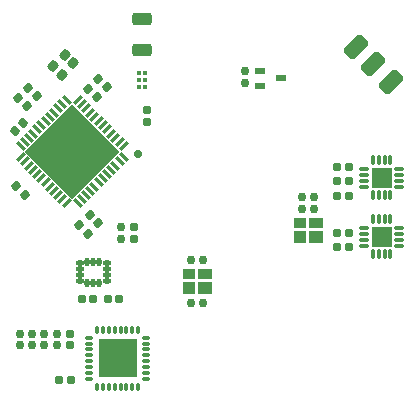
<source format=gts>
G04*
G04 #@! TF.GenerationSoftware,Altium Limited,Altium Designer,20.0.13 (296)*
G04*
G04 Layer_Color=8388736*
%FSLAX25Y25*%
%MOIN*%
G70*
G01*
G75*
G04:AMPARAMS|DCode=39|XSize=29.53mil|YSize=25.59mil|CornerRadius=7.38mil|HoleSize=0mil|Usage=FLASHONLY|Rotation=270.000|XOffset=0mil|YOffset=0mil|HoleType=Round|Shape=RoundedRectangle|*
%AMROUNDEDRECTD39*
21,1,0.02953,0.01083,0,0,270.0*
21,1,0.01476,0.02559,0,0,270.0*
1,1,0.01476,-0.00541,-0.00738*
1,1,0.01476,-0.00541,0.00738*
1,1,0.01476,0.00541,0.00738*
1,1,0.01476,0.00541,-0.00738*
%
%ADD39ROUNDEDRECTD39*%
%ADD40O,0.03740X0.01378*%
%ADD41O,0.01378X0.03740*%
%ADD42R,0.07087X0.07087*%
%ADD43R,0.01378X0.01378*%
G04:AMPARAMS|DCode=44|XSize=29.53mil|YSize=25.59mil|CornerRadius=7.38mil|HoleSize=0mil|Usage=FLASHONLY|Rotation=45.000|XOffset=0mil|YOffset=0mil|HoleType=Round|Shape=RoundedRectangle|*
%AMROUNDEDRECTD44*
21,1,0.02953,0.01083,0,0,45.0*
21,1,0.01476,0.02559,0,0,45.0*
1,1,0.01476,0.00905,0.00139*
1,1,0.01476,-0.00139,-0.00905*
1,1,0.01476,-0.00905,-0.00139*
1,1,0.01476,0.00139,0.00905*
%
%ADD44ROUNDEDRECTD44*%
G04:AMPARAMS|DCode=45|XSize=25.59mil|YSize=25.59mil|CornerRadius=7.38mil|HoleSize=0mil|Usage=FLASHONLY|Rotation=90.000|XOffset=0mil|YOffset=0mil|HoleType=Round|Shape=RoundedRectangle|*
%AMROUNDEDRECTD45*
21,1,0.02559,0.01083,0,0,90.0*
21,1,0.01083,0.02559,0,0,90.0*
1,1,0.01476,0.00541,0.00541*
1,1,0.01476,0.00541,-0.00541*
1,1,0.01476,-0.00541,-0.00541*
1,1,0.01476,-0.00541,0.00541*
%
%ADD45ROUNDEDRECTD45*%
%ADD46R,0.04921X0.03740*%
%ADD47R,0.04134X0.03740*%
%ADD48R,0.04921X0.04213*%
%ADD49R,0.04134X0.04213*%
%ADD50R,0.03740X0.02165*%
G04:AMPARAMS|DCode=51|XSize=25.59mil|YSize=25.59mil|CornerRadius=7.38mil|HoleSize=0mil|Usage=FLASHONLY|Rotation=0.000|XOffset=0mil|YOffset=0mil|HoleType=Round|Shape=RoundedRectangle|*
%AMROUNDEDRECTD51*
21,1,0.02559,0.01083,0,0,0.0*
21,1,0.01083,0.02559,0,0,0.0*
1,1,0.01476,0.00541,-0.00541*
1,1,0.01476,-0.00541,-0.00541*
1,1,0.01476,-0.00541,0.00541*
1,1,0.01476,0.00541,0.00541*
%
%ADD51ROUNDEDRECTD51*%
%ADD52O,0.01772X0.02756*%
%ADD53O,0.02756X0.01772*%
%ADD54O,0.01378X0.03150*%
%ADD55O,0.03150X0.01378*%
%ADD56R,0.12795X0.12795*%
G04:AMPARAMS|DCode=57|XSize=29.53mil|YSize=25.59mil|CornerRadius=7.38mil|HoleSize=0mil|Usage=FLASHONLY|Rotation=180.000|XOffset=0mil|YOffset=0mil|HoleType=Round|Shape=RoundedRectangle|*
%AMROUNDEDRECTD57*
21,1,0.02953,0.01083,0,0,180.0*
21,1,0.01476,0.02559,0,0,180.0*
1,1,0.01476,-0.00738,0.00541*
1,1,0.01476,0.00738,0.00541*
1,1,0.01476,0.00738,-0.00541*
1,1,0.01476,-0.00738,-0.00541*
%
%ADD57ROUNDEDRECTD57*%
%ADD58P,0.31736X4X180.0*%
G04:AMPARAMS|DCode=59|XSize=13.78mil|YSize=37.4mil|CornerRadius=0mil|HoleSize=0mil|Usage=FLASHONLY|Rotation=135.000|XOffset=0mil|YOffset=0mil|HoleType=Round|Shape=Round|*
%AMOVALD59*
21,1,0.02362,0.01378,0.00000,0.00000,225.0*
1,1,0.01378,0.00835,0.00835*
1,1,0.01378,-0.00835,-0.00835*
%
%ADD59OVALD59*%

G04:AMPARAMS|DCode=60|XSize=13.78mil|YSize=37.4mil|CornerRadius=0mil|HoleSize=0mil|Usage=FLASHONLY|Rotation=225.000|XOffset=0mil|YOffset=0mil|HoleType=Round|Shape=Round|*
%AMOVALD60*
21,1,0.02362,0.01378,0.00000,0.00000,315.0*
1,1,0.01378,-0.00835,0.00835*
1,1,0.01378,0.00835,-0.00835*
%
%ADD60OVALD60*%

G04:AMPARAMS|DCode=61|XSize=43.31mil|YSize=66.93mil|CornerRadius=11.81mil|HoleSize=0mil|Usage=FLASHONLY|Rotation=90.000|XOffset=0mil|YOffset=0mil|HoleType=Round|Shape=RoundedRectangle|*
%AMROUNDEDRECTD61*
21,1,0.04331,0.04331,0,0,90.0*
21,1,0.01968,0.06693,0,0,90.0*
1,1,0.02362,0.02165,0.00984*
1,1,0.02362,0.02165,-0.00984*
1,1,0.02362,-0.02165,-0.00984*
1,1,0.02362,-0.02165,0.00984*
%
%ADD61ROUNDEDRECTD61*%
G04:AMPARAMS|DCode=62|XSize=31.5mil|YSize=33.47mil|CornerRadius=8.86mil|HoleSize=0mil|Usage=FLASHONLY|Rotation=315.000|XOffset=0mil|YOffset=0mil|HoleType=Round|Shape=RoundedRectangle|*
%AMROUNDEDRECTD62*
21,1,0.03150,0.01575,0,0,315.0*
21,1,0.01378,0.03347,0,0,315.0*
1,1,0.01772,-0.00070,-0.01044*
1,1,0.01772,-0.01044,-0.00070*
1,1,0.01772,0.00070,0.01044*
1,1,0.01772,0.01044,0.00070*
%
%ADD62ROUNDEDRECTD62*%
G04:AMPARAMS|DCode=63|XSize=29.53mil|YSize=25.59mil|CornerRadius=7.38mil|HoleSize=0mil|Usage=FLASHONLY|Rotation=135.000|XOffset=0mil|YOffset=0mil|HoleType=Round|Shape=RoundedRectangle|*
%AMROUNDEDRECTD63*
21,1,0.02953,0.01083,0,0,135.0*
21,1,0.01476,0.02559,0,0,135.0*
1,1,0.01476,-0.00139,0.00905*
1,1,0.01476,0.00905,-0.00139*
1,1,0.01476,0.00139,-0.00905*
1,1,0.01476,-0.00905,0.00139*
%
%ADD63ROUNDEDRECTD63*%
G04:AMPARAMS|DCode=64|XSize=82.68mil|YSize=51.18mil|CornerRadius=13.78mil|HoleSize=0mil|Usage=FLASHONLY|Rotation=225.000|XOffset=0mil|YOffset=0mil|HoleType=Round|Shape=RoundedRectangle|*
%AMROUNDEDRECTD64*
21,1,0.08268,0.02362,0,0,225.0*
21,1,0.05512,0.05118,0,0,225.0*
1,1,0.02756,-0.02784,-0.01114*
1,1,0.02756,0.01114,0.02784*
1,1,0.02756,0.02784,0.01114*
1,1,0.02756,-0.01114,-0.02784*
%
%ADD64ROUNDEDRECTD64*%
%ADD65C,0.02756*%
D39*
X39764Y46260D02*
D03*
X35827D02*
D03*
X23524Y19291D02*
D03*
X19587D02*
D03*
X116142Y90059D02*
D03*
X112205D02*
D03*
X116142Y80610D02*
D03*
X112205D02*
D03*
X116142Y63583D02*
D03*
X112205D02*
D03*
X116142Y68307D02*
D03*
X112205D02*
D03*
X116142Y85335D02*
D03*
X112205D02*
D03*
X27165Y46260D02*
D03*
X31102D02*
D03*
D40*
X133071Y83661D02*
D03*
Y85630D02*
D03*
Y87598D02*
D03*
Y89567D02*
D03*
X121260D02*
D03*
Y87598D02*
D03*
Y85630D02*
D03*
Y83661D02*
D03*
X133071Y63976D02*
D03*
Y65945D02*
D03*
Y67913D02*
D03*
Y69882D02*
D03*
X121260D02*
D03*
Y67913D02*
D03*
Y65945D02*
D03*
Y63976D02*
D03*
D41*
X130118Y92520D02*
D03*
X128150D02*
D03*
X126181D02*
D03*
X124213D02*
D03*
Y80709D02*
D03*
X126181D02*
D03*
X128150D02*
D03*
X130118D02*
D03*
X130118Y72835D02*
D03*
X128150D02*
D03*
X126181D02*
D03*
X124213D02*
D03*
Y61024D02*
D03*
X126181D02*
D03*
X128150D02*
D03*
X130118D02*
D03*
D42*
X127165Y86614D02*
D03*
X127165Y66929D02*
D03*
D43*
X48228Y121405D02*
D03*
X48228Y119095D02*
D03*
Y116783D02*
D03*
X46260D02*
D03*
Y119095D02*
D03*
Y121405D02*
D03*
D44*
X29415Y116156D02*
D03*
X32199Y113372D02*
D03*
X32748Y119516D02*
D03*
X35531Y116732D02*
D03*
X29907Y74128D02*
D03*
X32691Y71344D02*
D03*
X5399Y83675D02*
D03*
X8183Y80892D02*
D03*
X8872Y110419D02*
D03*
X6088Y113203D02*
D03*
X12219Y113766D02*
D03*
X9435Y116549D02*
D03*
X26364Y70683D02*
D03*
X29148Y67899D02*
D03*
D45*
X104724Y76181D02*
D03*
X100787D02*
D03*
X104724Y80216D02*
D03*
X100787D02*
D03*
X67716Y59252D02*
D03*
X63779D02*
D03*
X63779Y44685D02*
D03*
X67716D02*
D03*
D46*
X105217Y71378D02*
D03*
X68209Y54449D02*
D03*
D47*
X99902Y71378D02*
D03*
X62894Y54449D02*
D03*
D48*
X105217Y66693D02*
D03*
X68209Y49764D02*
D03*
D49*
X99902Y66693D02*
D03*
X62894Y49764D02*
D03*
D50*
X86516Y122244D02*
D03*
Y117126D02*
D03*
X93799Y119685D02*
D03*
D51*
X81595Y118307D02*
D03*
Y122244D02*
D03*
X18898Y30709D02*
D03*
Y34646D02*
D03*
X6496Y30709D02*
D03*
Y34646D02*
D03*
X10630Y30709D02*
D03*
Y34646D02*
D03*
X14764Y30709D02*
D03*
Y34646D02*
D03*
X40453Y66240D02*
D03*
Y70177D02*
D03*
D52*
X29134Y58661D02*
D03*
X31102D02*
D03*
X33071D02*
D03*
Y51575D02*
D03*
X31102D02*
D03*
X29134D02*
D03*
D53*
X35630Y58071D02*
D03*
Y56102D02*
D03*
Y54134D02*
D03*
Y52165D02*
D03*
X26575D02*
D03*
Y54134D02*
D03*
Y56102D02*
D03*
Y58071D02*
D03*
D54*
X32283Y16929D02*
D03*
X34252D02*
D03*
X36220D02*
D03*
X38189D02*
D03*
X40157D02*
D03*
X42126D02*
D03*
X44094D02*
D03*
X46063D02*
D03*
Y35827D02*
D03*
X44094D02*
D03*
X42126D02*
D03*
X40157D02*
D03*
X38189D02*
D03*
X36220D02*
D03*
X34252D02*
D03*
X32283D02*
D03*
D55*
X48622Y19488D02*
D03*
Y21457D02*
D03*
Y23425D02*
D03*
Y25394D02*
D03*
Y27362D02*
D03*
Y29331D02*
D03*
Y31299D02*
D03*
Y33268D02*
D03*
X29724D02*
D03*
Y31299D02*
D03*
Y29331D02*
D03*
Y27362D02*
D03*
Y25394D02*
D03*
Y23425D02*
D03*
Y21457D02*
D03*
Y19488D02*
D03*
D56*
X39173Y26378D02*
D03*
D57*
X23425Y30709D02*
D03*
Y34646D02*
D03*
X44783Y70177D02*
D03*
Y66240D02*
D03*
X48917Y105315D02*
D03*
Y109252D02*
D03*
D58*
X24016Y95276D02*
D03*
D59*
X22137Y78085D02*
D03*
X20745Y79477D02*
D03*
X19353Y80869D02*
D03*
X17961Y82261D02*
D03*
X16569Y83653D02*
D03*
X15177Y85045D02*
D03*
X13785Y86437D02*
D03*
X12393Y87829D02*
D03*
X11001Y89221D02*
D03*
X9609Y90613D02*
D03*
X8217Y92005D02*
D03*
X6825Y93397D02*
D03*
X25895Y112466D02*
D03*
X27287Y111074D02*
D03*
X28679Y109682D02*
D03*
X30071Y108290D02*
D03*
X31463Y106898D02*
D03*
X32855Y105506D02*
D03*
X34247Y104114D02*
D03*
X35638Y102723D02*
D03*
X37030Y101330D02*
D03*
X38422Y99939D02*
D03*
X39814Y98547D02*
D03*
X41206Y97155D02*
D03*
D60*
X6825Y97155D02*
D03*
X8217Y98547D02*
D03*
X9609Y99939D02*
D03*
X11001Y101330D02*
D03*
X12393Y102723D02*
D03*
X13785Y104114D02*
D03*
X15177Y105506D02*
D03*
X16569Y106898D02*
D03*
X17961Y108290D02*
D03*
X19353Y109682D02*
D03*
X20745Y111074D02*
D03*
X22137Y112466D02*
D03*
X41206Y93397D02*
D03*
X39814Y92005D02*
D03*
X38422Y90613D02*
D03*
X37030Y89221D02*
D03*
X35638Y87829D02*
D03*
X34247Y86437D02*
D03*
X32855Y85045D02*
D03*
X31463Y83653D02*
D03*
X30071Y82261D02*
D03*
X28679Y80869D02*
D03*
X27287Y79477D02*
D03*
X25895Y78085D02*
D03*
D61*
X47244Y139370D02*
D03*
Y129134D02*
D03*
D62*
X21550Y127484D02*
D03*
X17792Y123725D02*
D03*
X20576Y120942D02*
D03*
X24334Y124700D02*
D03*
D63*
X4907Y102151D02*
D03*
X7691Y104935D02*
D03*
D64*
X118504Y130315D02*
D03*
X130315Y118504D02*
D03*
X124409Y124409D02*
D03*
D65*
X46063Y94488D02*
D03*
M02*

</source>
